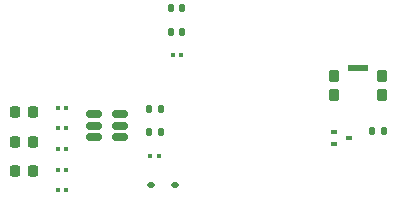
<source format=gbr>
%TF.GenerationSoftware,KiCad,Pcbnew,9.0.3*%
%TF.CreationDate,2025-07-16T09:35:22-04:00*%
%TF.ProjectId,board,626f6172-642e-46b6-9963-61645f706362,rev?*%
%TF.SameCoordinates,Original*%
%TF.FileFunction,Paste,Top*%
%TF.FilePolarity,Positive*%
%FSLAX46Y46*%
G04 Gerber Fmt 4.6, Leading zero omitted, Abs format (unit mm)*
G04 Created by KiCad (PCBNEW 9.0.3) date 2025-07-16 09:35:22*
%MOMM*%
%LPD*%
G01*
G04 APERTURE LIST*
G04 Aperture macros list*
%AMRoundRect*
0 Rectangle with rounded corners*
0 $1 Rounding radius*
0 $2 $3 $4 $5 $6 $7 $8 $9 X,Y pos of 4 corners*
0 Add a 4 corners polygon primitive as box body*
4,1,4,$2,$3,$4,$5,$6,$7,$8,$9,$2,$3,0*
0 Add four circle primitives for the rounded corners*
1,1,$1+$1,$2,$3*
1,1,$1+$1,$4,$5*
1,1,$1+$1,$6,$7*
1,1,$1+$1,$8,$9*
0 Add four rect primitives between the rounded corners*
20,1,$1+$1,$2,$3,$4,$5,0*
20,1,$1+$1,$4,$5,$6,$7,0*
20,1,$1+$1,$6,$7,$8,$9,0*
20,1,$1+$1,$8,$9,$2,$3,0*%
G04 Aperture macros list end*
%ADD10RoundRect,0.135000X-0.135000X-0.185000X0.135000X-0.185000X0.135000X0.185000X-0.135000X0.185000X0*%
%ADD11RoundRect,0.140000X-0.140000X-0.170000X0.140000X-0.170000X0.140000X0.170000X-0.140000X0.170000X0*%
%ADD12RoundRect,0.100000X0.155000X0.100000X-0.155000X0.100000X-0.155000X-0.100000X0.155000X-0.100000X0*%
%ADD13RoundRect,0.079500X-0.079500X-0.100500X0.079500X-0.100500X0.079500X0.100500X-0.079500X0.100500X0*%
%ADD14RoundRect,0.218750X-0.218750X-0.256250X0.218750X-0.256250X0.218750X0.256250X-0.218750X0.256250X0*%
%ADD15RoundRect,0.225000X-0.225000X-0.250000X0.225000X-0.250000X0.225000X0.250000X-0.225000X0.250000X0*%
%ADD16RoundRect,0.135000X-0.315000X-0.365000X0.315000X-0.365000X0.315000X0.365000X-0.315000X0.365000X0*%
%ADD17RoundRect,0.082500X-0.767500X-0.192500X0.767500X-0.192500X0.767500X0.192500X-0.767500X0.192500X0*%
%ADD18RoundRect,0.150000X-0.512500X-0.150000X0.512500X-0.150000X0.512500X0.150000X-0.512500X0.150000X0*%
%ADD19RoundRect,0.112500X-0.187500X-0.112500X0.187500X-0.112500X0.187500X0.112500X-0.187500X0.112500X0*%
G04 APERTURE END LIST*
D10*
%TO.C,R5*%
X155180000Y-73200000D03*
X156200000Y-73200000D03*
%TD*%
D11*
%TO.C,C29*%
X138125000Y-62790000D03*
X139085000Y-62790000D03*
%TD*%
D10*
%TO.C,R20*%
X136225000Y-73290000D03*
X137245000Y-73290000D03*
%TD*%
D12*
%TO.C,Q1*%
X151920000Y-73280000D03*
X151920000Y-74280000D03*
X153210000Y-73780000D03*
%TD*%
D13*
%TO.C,C39*%
X128560000Y-74680000D03*
X129250000Y-74680000D03*
%TD*%
D10*
%TO.C,R13*%
X136225000Y-71300000D03*
X137245000Y-71300000D03*
%TD*%
D14*
%TO.C,L2*%
X124887500Y-76580000D03*
X126462500Y-76580000D03*
%TD*%
D15*
%TO.C,C42*%
X124900000Y-74070000D03*
X126450000Y-74070000D03*
%TD*%
D13*
%TO.C,R21*%
X136390000Y-75280000D03*
X137080000Y-75280000D03*
%TD*%
D11*
%TO.C,C37*%
X138125000Y-64760000D03*
X139085000Y-64760000D03*
%TD*%
D16*
%TO.C,SW3*%
X151890000Y-68480000D03*
X155990000Y-68480000D03*
X151890000Y-70080000D03*
X155990000Y-70080000D03*
D17*
X153940000Y-67855000D03*
%TD*%
D13*
%TO.C,C38*%
X128560000Y-72930000D03*
X129250000Y-72930000D03*
%TD*%
%TO.C,R6*%
X128560000Y-76430000D03*
X129250000Y-76430000D03*
%TD*%
%TO.C,C41*%
X138260000Y-66730000D03*
X138950000Y-66730000D03*
%TD*%
D15*
%TO.C,C40*%
X124900000Y-71560000D03*
X126450000Y-71560000D03*
%TD*%
D13*
%TO.C,R12*%
X128560000Y-78180000D03*
X129250000Y-78180000D03*
%TD*%
D18*
%TO.C,U9*%
X131567500Y-71755000D03*
X131567500Y-72705000D03*
X131567500Y-73655000D03*
X133842500Y-73655000D03*
X133842500Y-72705000D03*
X133842500Y-71755000D03*
%TD*%
D19*
%TO.C,D1*%
X136400000Y-77750000D03*
X138500000Y-77750000D03*
%TD*%
D13*
%TO.C,C33*%
X128560000Y-71180000D03*
X129250000Y-71180000D03*
%TD*%
M02*

</source>
